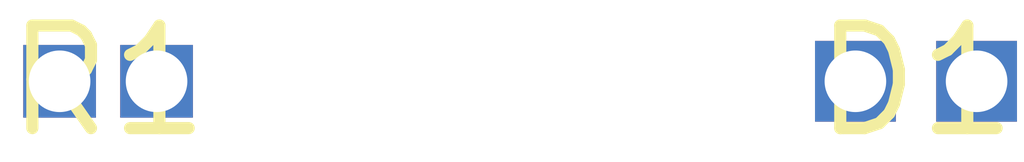
<source format=kicad_pcb>
(kicad_pcb (version 20241229) (generator "pcbnew") (generator_version "9.0")
  (layers (0 "F.Cu" signal) (2 "B.Cu" signal) (13 "F.Paste" user) (15 "B.Paste" user) (5 "F.SilkS" user "F.Silkscreen") (7 "B.SilkS" user "B.Silkscreen") (1 "F.Mask" user) (3 "B.Mask" user) (25 "Edge.Cuts" user))
  (net 0 "")
  (footprint "" (layer "F.Cu") (at 0 0)
    (property "Reference" "R1" (at 0 0 0) (layer "F.SilkS") (effects (font (size 1.27 1.27))))
    (property "Value" "R")
    (pad "1" thru_hole rect (at -0.6 0) (size 0.9 0.9) (drill 0.762) (layers "*.Cu" "*.Mask"))
    (pad "2" thru_hole rect (at 0.6 0) (size 0.9 0.9) (drill 0.762) (layers "*.Cu" "*.Mask"))
  )
  (footprint "" (layer "F.Cu") (at 10 0)
    (property "Reference" "D1" (at 0 0 0) (layer "F.SilkS") (effects (font (size 1.27 1.27))))
    (property "Value" "D")
    (pad "1" thru_hole rect (at -0.75 0) (size 1 1) (drill 0.762) (layers "*.Cu" "*.Mask"))
    (pad "2" thru_hole rect (at 0.75 0) (size 1 1) (drill 0.762) (layers "*.Cu" "*.Mask"))
  )
)
</source>
